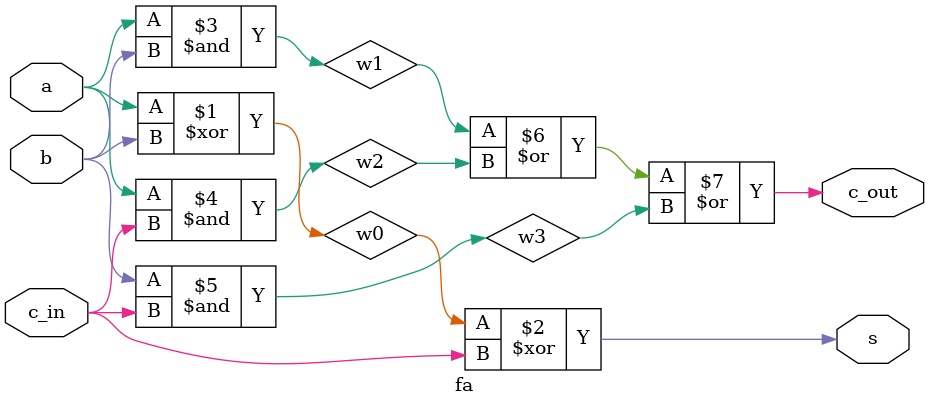
<source format=v>
`timescale 1ns/1ps
module fa(a, b, c_in, s, c_out);

	input a, b, c_in;
	output c_out, s;

	wire w0, w1, w2, w3;

	xor x0(w0, a, b);
	xor x1(s, w0, c_in);

	and u2(w1, a, b);
	and u3(w2, a, c_in);
	and u4(w3, b, c_in);

	or u5(c_out, w1, w2, w3);
endmodule
</source>
